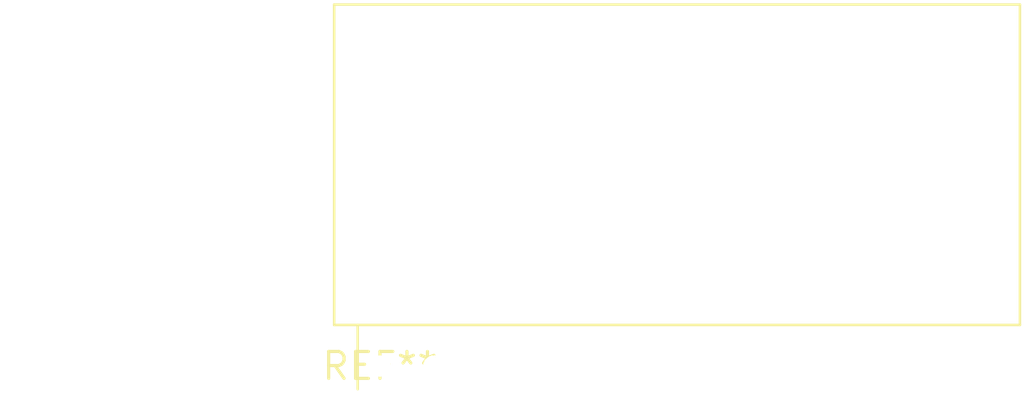
<source format=kicad_pcb>
(kicad_pcb (version 20240108) (generator pcbnew)
  (layers (0 "F.Cu" signal) (31 "B.Cu" signal) (34 "B.Paste" user) (35 "F.Paste" user) (36 "B.SilkS" user "B.Silkscreen") (37 "F.SilkS" user "F.Silkscreen") (38 "B.Mask" user) (39 "F.Mask" user) (44 "Edge.Cuts" user))
  (net 0 "")
  (footprint "Converter_DCDC_RECOM_R5xxxDA_THT" (layer "F.Cu") (at 0 0)
    (property "Reference" "REF**")
    (property "Value" "Converter_DCDC_RECOM_R5xxxDA_THT")
    (fp_line (start -2.16 -17.06) (end -2.16 -1.94) (layer "F.SilkS") (stroke (width 0.12)))
    (fp_line (start -2.16 -17.06) (end 30.16 -17.06) (layer "F.SilkS") (stroke (width 0.12)))
    (fp_line (start -2.16 -1.94) (end 30.16 -1.94) (layer "F.SilkS") (stroke (width 0.12)))
    (fp_line (start -1.05 -1.94) (end -1.05 1.091) (layer "F.SilkS") (stroke (width 0.12)))
    (fp_line (start 30.16 -17.06) (end 30.16 -1.94) (layer "F.SilkS") (stroke (width 0.12)))
    (pad "1" thru_hole rect (at 0 0) (size 1.5 2.3) (drill 1) (layers *.Cu *.Mask) (remove_unused_layers))
    (pad "2" thru_hole oval (at 2.54 0) (size 1.5 2.3) (drill 1) (layers *.Cu *.Mask) (remove_unused_layers))
    (pad "3" thru_hole oval (at 5.08 0) (size 1.5 2.3) (drill 1) (layers *.Cu *.Mask) (remove_unused_layers))
    (pad "4" thru_hole oval (at 7.62 0) (size 1.5 2.3) (drill 1) (layers *.Cu *.Mask) (remove_unused_layers))
    (pad "5" thru_hole oval (at 10.16 0) (size 1.5 2.3) (drill 1) (layers *.Cu *.Mask) (remove_unused_layers))
    (pad "6" thru_hole oval (at 12.7 0) (size 1.5 2.3) (drill 1) (layers *.Cu *.Mask) (remove_unused_layers))
    (pad "7" thru_hole oval (at 15.24 0) (size 1.5 2.3) (drill 1) (layers *.Cu *.Mask) (remove_unused_layers))
    (pad "8" thru_hole oval (at 17.78 0) (size 1.5 2.3) (drill 1) (layers *.Cu *.Mask) (remove_unused_layers))
    (pad "9" thru_hole oval (at 20.32 0) (size 1.5 2.3) (drill 1) (layers *.Cu *.Mask) (remove_unused_layers))
    (pad "10" thru_hole oval (at 22.86 0) (size 1.5 2.3) (drill 1) (layers *.Cu *.Mask) (remove_unused_layers))
    (pad "11" thru_hole oval (at 25.4 0) (size 1.5 2.3) (drill 1) (layers *.Cu *.Mask) (remove_unused_layers))
    (pad "12" thru_hole oval (at 27.94 0) (size 1.5 2.3) (drill 1) (layers *.Cu *.Mask) (remove_unused_layers))
  )
)
</source>
